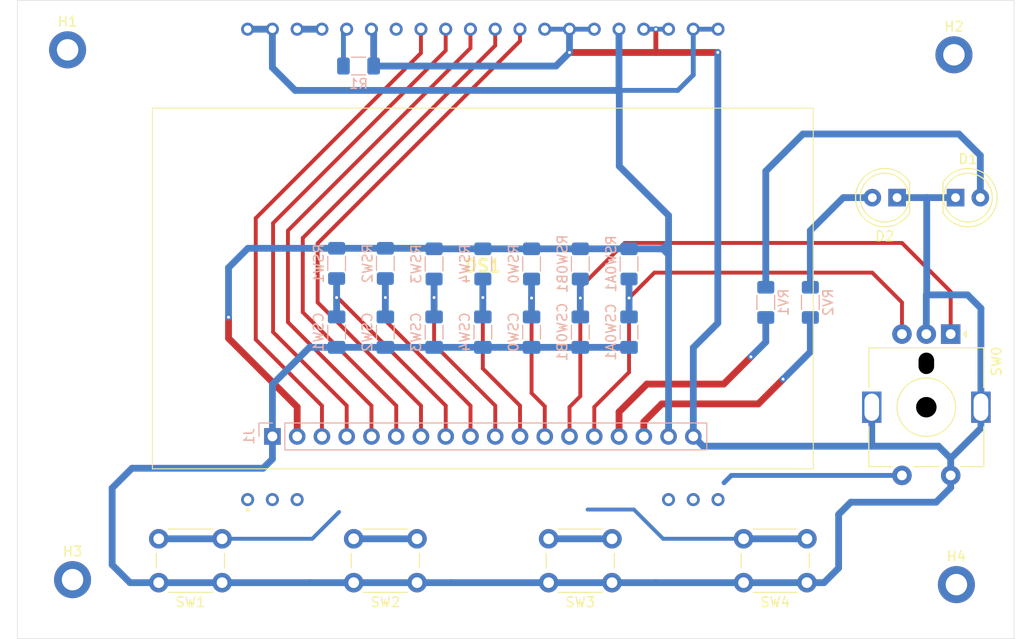
<source format=kicad_pcb>
(kicad_pcb (version 20241229) (generator "pcbnew") (generator_version "9.0")
  (layers (0 "F.Cu" signal) (2 "B.Cu" signal) (13 "F.Paste" user) (15 "B.Paste" user) (5 "F.SilkS" user "F.Silkscreen") (7 "B.SilkS" user "B.Silkscreen") (1 "F.Mask" user) (3 "B.Mask" user) (25 "Edge.Cuts" user))
  (net 0 "")
  (net 1 "/Display/IREF")
  (net 4 "/Display/VCOMH")
  (net 10 "GND")
  (net 11 "+5V")
  (net 12 "Net-(D1-A)")
  (net 13 "Net-(D2-A)")
  (net 14 "/LED_A")
  (net 15 "/LED_B")
  (net 16 "/BUTTON_1")
  (net 17 "/BUTTON_3")
  (net 18 "/BUTTON_2")
  (net 19 "/BUTTON_4")
  (net 20 "/RE_SW")
  (net 21 "/RE_A")
  (net 22 "/RE_B")
  (net 23 "/CS")
  (net 24 "/RES")
  (net 25 "/D")
  (net 26 "/SCK")
  (net 27 "/MOSI")
  (footprint "LED_THT:LED_D5.0mm" (layer "F.Cu") (at 174 116 180)
    (property "Reference" "D2" (at 1.27 -3.96 0) (layer "F.SilkS"))
    (property "Value" "LED")
    (fp_line (start -1.29 -1.545) (end -1.29 1.545) (stroke (width 0.12)) (layer "F.SilkS"))
    (fp_arc (start 4.26 0.000048) (mid 2.071756 2.880501) (end -1.29 1.54483) (stroke (width 0.12)) (layer "F.SilkS"))
    (fp_arc (start -1.29 -1.54483) (mid 2.071756 -2.880501) (end 4.26 -0.000048) (stroke (width 0.12)) (layer "F.SilkS"))
    (fp_circle (center 1.27 0) (end 3.77 0) (stroke (width 0.12)) (fill no) (layer "F.SilkS"))
    (pad "1" thru_hole rect (at 0 0 180) (size 1.8 1.8) (drill 0.9) (layers "*.Cu" "*.Mask") (net 10 "GND"))
    (pad "2" thru_hole circle (at 2.54 0 180) (size 1.8 1.8) (drill 0.9) (layers "*.Cu" "*.Mask") (net 13 "Net-(D2-A)"))
  )
  (footprint "MountingHole:MountingHole_2.2mm_M2_DIN965_Pad" (layer "F.Cu") (at 89.408 155.194)
    (property "Reference" "H3" (at 0 -2.9 0) (layer "F.SilkS"))
    (property "Value" "MountingHole_Pad")
    (pad "1" thru_hole circle (at 0 0) (size 3.8 3.8) (drill 2.2) (layers "*.Cu" "*.Mask") (net 10 "GND"))
  )
  (footprint "MountingHole:MountingHole_2.2mm_M2_DIN965_Pad" (layer "F.Cu") (at 179.832 101.346)
    (property "Reference" "H2" (at 0 -2.9 0) (layer "F.SilkS"))
    (property "Value" "MountingHole_Pad")
    (pad "1" thru_hole circle (at 0 0) (size 3.8 3.8) (drill 2.2) (layers "*.Cu" "*.Mask") (net 10 "GND"))
  )
  (footprint "Robotik:EA OLEDL128-6GGA" (layer "F.Cu") (at 107.37 146.98)
    (property "Reference" "DS1" (at 24.13 -23.98 0) (layer "F.SilkS") (effects (font (size 1.27 1.27) (thickness 0.254))))
    (property "Value" "EA_OLEDL128-6GGA" (hide yes))
    (fp_line (start -9.77 -40.16) (end 58.03 -40.16) (stroke (width 0.1)) (layer "F.SilkS"))
    (fp_line (start -9.77 -3.16) (end -9.77 -40.16) (stroke (width 0.1)) (layer "F.SilkS"))
    (fp_line (start 0 1) (end 0 1) (stroke (width 0.2)) (layer "F.SilkS"))
    (fp_line (start 0 1.2) (end 0 1.2) (stroke (width 0.2)) (layer "F.SilkS"))
    (fp_line (start 58.03 -40.16) (end 58.03 -3.16) (stroke (width 0.1)) (layer "F.SilkS"))
    (fp_line (start 58.03 -3.16) (end -9.77 -3.16) (stroke (width 0.1)) (layer "F.SilkS"))
    (fp_arc (start 0 1) (mid 0.1 1.1) (end 0 1.2) (stroke (width 0.2)) (layer "F.SilkS"))
    (fp_arc (start 0 1.2) (mid -0.1 1.1) (end 0 1) (stroke (width 0.2)) (layer "F.SilkS"))
    (pad "1" thru_hole circle (at 0 0) (size 1.337 1.337) (drill 0.78) (layers "*.Cu" "*.Mask"))
    (pad "2" thru_hole circle (at 2.54 0) (size 1.337 1.337) (drill 0.78) (layers "*.Cu" "*.Mask"))
    (pad "3" thru_hole circle (at 5.08 0) (size 1.337 1.337) (drill 0.78) (layers "*.Cu" "*.Mask"))
    (pad "18" thru_hole circle (at 43.18 0) (size 1.337 1.337) (drill 0.78) (layers "*.Cu" "*.Mask"))
    (pad "19" thru_hole circle (at 45.72 0) (size 1.337 1.337) (drill 0.78) (layers "*.Cu" "*.Mask"))
    (pad "20" thru_hole circle (at 48.26 0) (size 1.337 1.337) (drill 0.78) (layers "*.Cu" "*.Mask"))
    (pad "21" thru_hole circle (at 48.26 -48.26) (size 1.337 1.337) (drill 0.78) (layers "*.Cu" "*.Mask") (net 11 "+5V"))
    (pad "22" thru_hole circle (at 45.72 -48.26) (size 1.337 1.337) (drill 0.78) (layers "*.Cu" "*.Mask") (net 11 "+5V"))
    (pad "23" thru_hole circle (at 43.18 -48.26) (size 1.337 1.337) (drill 0.78) (layers "*.Cu" "*.Mask") (net 10 "GND"))
    (pad "24" thru_hole circle (at 40.64 -48.26) (size 1.337 1.337) (drill 0.78) (layers "*.Cu" "*.Mask") (net 10 "GND"))
    (pad "25" thru_hole circle (at 38.1 -48.26) (size 1.337 1.337) (drill 0.78) (layers "*.Cu" "*.Mask") (net 11 "+5V"))
    (pad "26" thru_hole circle (at 35.56 -48.26) (size 1.337 1.337) (drill 0.78) (layers "*.Cu" "*.Mask") (net 10 "GND"))
    (pad "27" thru_hole circle (at 33.02 -48.26) (size 1.337 1.337) (drill 0.78) (layers "*.Cu" "*.Mask") (net 10 "GND"))
    (pad "28" thru_hole circle (at 30.48 -48.26) (size 1.337 1.337) (drill 0.78) (layers "*.Cu" "*.Mask") (net 10 "GND"))
    (pad "29" thru_hole circle (at 27.94 -48.26) (size 1.337 1.337) (drill 0.78) (layers "*.Cu" "*.Mask") (net 23 "/CS"))
    (pad "30" thru_hole circle (at 25.4 -48.26) (size 1.337 1.337) (drill 0.78) (layers "*.Cu" "*.Mask") (net 24 "/RES"))
    (pad "31" thru_hole circle (at 22.86 -48.26) (size 1.337 1.337) (drill 0.78) (layers "*.Cu" "*.Mask") (net 25 "/D"))
    (pad "32" thru_hole circle (at 20.32 -48.26) (size 1.337 1.337) (drill 0.78) (layers "*.Cu" "*.Mask") (net 26 "/SCK"))
    (pad "33" thru_hole circle (at 17.78 -48.26) (size 1.337 1.337) (drill 0.78) (layers "*.Cu" "*.Mask") (net 27 "/MOSI"))
    (pad "34" thru_hole circle (at 15.24 -48.26) (size 1.337 1.337) (drill 0.78) (layers "*.Cu" "*.Mask"))
    (pad "35" thru_hole circle (at 12.7 -48.26) (size 1.337 1.337) (drill 0.78) (layers "*.Cu" "*.Mask") (net 10 "GND"))
    (pad "36" thru_hole circle (at 10.16 -48.26) (size 1.337 1.337) (drill 0.78) (layers "*.Cu" "*.Mask") (net 1 "/Display/IREF"))
    (pad "37" thru_hole circle (at 7.62 -48.26) (size 1.337 1.337) (drill 0.78) (layers "*.Cu" "*.Mask") (net 4 "/Display/VCOMH"))
    (pad "38" thru_hole circle (at 5.08 -48.26) (size 1.337 1.337) (drill 0.78) (layers "*.Cu" "*.Mask") (net 4 "/Display/VCOMH"))
    (pad "39" thru_hole circle (at 2.54 -48.26) (size 1.337 1.337) (drill 0.78) (layers "*.Cu" "*.Mask") (net 11 "+5V"))
    (pad "40" thru_hole circle (at 0 -48.26) (size 1.337 1.337) (drill 0.78) (layers "*.Cu" "*.Mask") (net 11 "+5V"))
  )
  (footprint "Rotary_Encoder:RotaryEncoder_Alps_EC11E-Switch_Vertical_H20mm_MountingHoles" (layer "F.Cu") (at 179.5 130 -90)
    (property "Reference" "SW0" (at 2.8 -4.7 90) (layer "F.SilkS"))
    (property "Value" "RotaryEncoder_Switch_MP")
    (fp_line (start 5.5 8.4) (end 1.4 8.4) (stroke (width 0.12)) (layer "F.SilkS"))
    (fp_line (start 13.6 8.4) (end 9.5 8.4) (stroke (width 0.12)) (layer "F.SilkS"))
    (fp_line (start 13.6 6) (end 13.6 8.4) (stroke (width 0.12)) (layer "F.SilkS"))
    (fp_line (start 13.6 1.2) (end 13.6 3.8) (stroke (width 0.12)) (layer "F.SilkS"))
    (fp_line (start 0 -1.3) (end -0.3 -1.6) (stroke (width 0.12)) (layer "F.SilkS"))
    (fp_line (start -0.3 -1.6) (end 0.3 -1.6) (stroke (width 0.12)) (layer "F.SilkS"))
    (fp_line (start 0.3 -1.6) (end 0 -1.3) (stroke (width 0.12)) (layer "F.SilkS"))
    (fp_line (start 1.4 -3.4) (end 1.4 8.4) (stroke (width 0.12)) (layer "F.SilkS"))
    (fp_line (start 5.5 -3.4) (end 1.4 -3.4) (stroke (width 0.12)) (layer "F.SilkS"))
    (fp_line (start 9.5 -3.4) (end 13.6 -3.4) (stroke (width 0.12)) (layer "F.SilkS"))
    (fp_line (start 13.6 -3.4) (end 13.6 -1) (stroke (width 0.12)) (layer "F.SilkS"))
    (fp_circle (center 7.5 2.5) (end 10.5 2.5) (stroke (width 0.12)) (fill no) (layer "F.SilkS"))
    (pad "" np_thru_hole oval (at 3 2.5 270) (size 2.2 1.6) (drill oval 2.2 1.6) (layers "*.Mask"))
    (pad "" np_thru_hole circle (at 7.5 2.5 270) (size 2.1 2.1) (drill 2.1) (layers "*.Mask"))
    (pad "A" thru_hole rect (at 0 0 270) (size 2 2) (drill 1) (layers "*.Cu" "*.Mask") (net 21 "/RE_A"))
    (pad "B" thru_hole circle (at 0 5 270) (size 2 2) (drill 1) (layers "*.Cu" "*.Mask") (net 22 "/RE_B"))
    (pad "C" thru_hole circle (at 0 2.5 270) (size 2 2) (drill 1) (layers "*.Cu" "*.Mask") (net 10 "GND"))
    (pad "MP" thru_hole rect (at 7.5 -3.1 270) (size 3.2 2) (drill oval 2.8 1.5) (layers "*.Cu" "*.Mask") (net 10 "GND"))
    (pad "MP" thru_hole rect (at 7.5 8.1 270) (size 3.2 2) (drill oval 2.8 1.5) (layers "*.Cu" "*.Mask") (net 10 "GND"))
    (pad "S1" thru_hole circle (at 14.5 5 270) (size 2 2) (drill 1) (layers "*.Cu" "*.Mask") (net 20 "/RE_SW"))
    (pad "S2" thru_hole circle (at 14.5 0 270) (size 2 2) (drill 1) (layers "*.Cu" "*.Mask") (net 10 "GND"))
  )
  (footprint "Button_Switch_THT:SW_PUSH_6mm_H7.3mm" (layer "F.Cu") (at 164.75 155.5 180)
    (property "Reference" "SW4" (at 3.25 -2 0) (layer "F.SilkS"))
    (property "Value" "SW_SPST")
    (fp_line (start 6.75 3) (end 6.75 1.5) (stroke (width 0.12)) (layer "F.SilkS"))
    (fp_line (start 5.5 -1) (end 1 -1) (stroke (width 0.12)) (layer "F.SilkS"))
    (fp_line (start 1 5.5) (end 5.5 5.5) (stroke (width 0.12)) (layer "F.SilkS"))
    (fp_line (start -0.25 1.5) (end -0.25 3) (stroke (width 0.12)) (layer "F.SilkS"))
    (pad "1" thru_hole circle (at 0 0 270) (size 2 2) (drill 1.1) (layers "*.Cu" "*.Mask") (net 10 "GND"))
    (pad "1" thru_hole circle (at 6.5 0 270) (size 2 2) (drill 1.1) (layers "*.Cu" "*.Mask") (net 10 "GND"))
    (pad "2" thru_hole circle (at 0 4.5 270) (size 2 2) (drill 1.1) (layers "*.Cu" "*.Mask") (net 19 "/BUTTON_4"))
    (pad "2" thru_hole circle (at 6.5 4.5 270) (size 2 2) (drill 1.1) (layers "*.Cu" "*.Mask") (net 19 "/BUTTON_4"))
  )
  (footprint "Button_Switch_THT:SW_PUSH_6mm_H7.3mm" (layer "F.Cu") (at 124.75 155.5 180)
    (property "Reference" "SW2" (at 3.25 -2 0) (layer "F.SilkS"))
    (property "Value" "SW_SPST")
    (fp_line (start 6.75 3) (end 6.75 1.5) (stroke (width 0.12)) (layer "F.SilkS"))
    (fp_line (start 5.5 -1) (end 1 -1) (stroke (width 0.12)) (layer "F.SilkS"))
    (fp_line (start 1 5.5) (end 5.5 5.5) (stroke (width 0.12)) (layer "F.SilkS"))
    (fp_line (start -0.25 1.5) (end -0.25 3) (stroke (width 0.12)) (layer "F.SilkS"))
    (pad "1" thru_hole circle (at 0 0 270) (size 2 2) (drill 1.1) (layers "*.Cu" "*.Mask") (net 10 "GND"))
    (pad "1" thru_hole circle (at 6.5 0 270) (size 2 2) (drill 1.1) (layers "*.Cu" "*.Mask") (net 10 "GND"))
    (pad "2" thru_hole circle (at 0 4.5 270) (size 2 2) (drill 1.1) (layers "*.Cu" "*.Mask") (net 18 "/BUTTON_2"))
    (pad "2" thru_hole circle (at 6.5 4.5 270) (size 2 2) (drill 1.1) (layers "*.Cu" "*.Mask") (net 18 "/BUTTON_2"))
  )
  (footprint "LED_THT:LED_D5.0mm" (layer "F.Cu") (at 180 116)
    (property "Reference" "D1" (at 1.27 -3.96 0) (layer "F.SilkS"))
    (property "Value" "LED")
    (fp_line (start -1.29 -1.545) (end -1.29 1.545) (stroke (width 0.12)) (layer "F.SilkS"))
    (fp_arc (start -1.29 -1.54483) (mid 2.071756 -2.880501) (end 4.26 -0.000048) (stroke (width 0.12)) (layer "F.SilkS"))
    (fp_arc (start 4.26 0.000048) (mid 2.071756 2.880501) (end -1.29 1.54483) (stroke (width 0.12)) (layer "F.SilkS"))
    (fp_circle (center 1.27 0) (end 3.77 0) (stroke (width 0.12)) (fill no) (layer "F.SilkS"))
    (pad "1" thru_hole rect (at 0 0) (size 1.8 1.8) (drill 0.9) (layers "*.Cu" "*.Mask") (net 10 "GND"))
    (pad "2" thru_hole circle (at 2.54 0) (size 1.8 1.8) (drill 0.9) (layers "*.Cu" "*.Mask") (net 12 "Net-(D1-A)"))
  )
  (footprint "Button_Switch_THT:SW_PUSH_6mm_H7.3mm" (layer "F.Cu") (at 104.75 155.5 180)
    (property "Reference" "SW1" (at 3.25 -2 0) (layer "F.SilkS"))
    (property "Value" "SW_SPST")
    (fp_line (start 6.75 3) (end 6.75 1.5) (stroke (width 0.12)) (layer "F.SilkS"))
    (fp_line (start 5.5 -1) (end 1 -1) (stroke (width 0.12)) (layer "F.SilkS"))
    (fp_line (start 1 5.5) (end 5.5 5.5) (stroke (width 0.12)) (layer "F.SilkS"))
    (fp_line (start -0.25 1.5) (end -0.25 3) (stroke (width 0.12)) (layer "F.SilkS"))
    (pad "1" thru_hole circle (at 0 0 270) (size 2 2) (drill 1.1) (layers "*.Cu" "*.Mask") (net 10 "GND"))
    (pad "1" thru_hole circle (at 6.5 0 270) (size 2 2) (drill 1.1) (layers "*.Cu" "*.Mask") (net 10 "GND"))
    (pad "2" thru_hole circle (at 0 4.5 270) (size 2 2) (drill 1.1) (layers "*.Cu" "*.Mask") (net 16 "/BUTTON_1"))
    (pad "2" thru_hole circle (at 6.5 4.5 270) (size 2 2) (drill 1.1) (layers "*.Cu" "*.Mask") (net 16 "/BUTTON_1"))
  )
  (footprint "Button_Switch_THT:SW_PUSH_6mm_H7.3mm" (layer "F.Cu") (at 144.75 155.5 180)
    (property "Reference" "SW3" (at 3.25 -2 0) (layer "F.SilkS"))
    (property "Value" "SW_SPST")
    (fp_line (start 6.75 3) (end 6.75 1.5) (stroke (width 0.12)) (layer "F.SilkS"))
    (fp_line (start 5.5 -1) (end 1 -1) (stroke (width 0.12)) (layer "F.SilkS"))
    (fp_line (start 1 5.5) (end 5.5 5.5) (stroke (width 0.12)) (layer "F.SilkS"))
    (fp_line (start -0.25 1.5) (end -0.25 3) (stroke (width 0.12)) (layer "F.SilkS"))
    (pad "1" thru_hole circle (at 0 0 270) (size 2 2) (drill 1.1) (layers "*.Cu" "*.Mask") (net 10 "GND"))
    (pad "1" thru_hole circle (at 6.5 0 270) (size 2 2) (drill 1.1) (layers "*.Cu" "*.Mask") (net 10 "GND"))
    (pad "2" thru_hole circle (at 0 4.5 270) (size 2 2) (drill 1.1) (layers "*.Cu" "*.Mask") (net 17 "/BUTTON_3"))
    (pad "2" thru_hole circle (at 6.5 4.5 270) (size 2 2) (drill 1.1) (layers "*.Cu" "*.Mask") (net 17 "/BUTTON_3"))
  )
  (footprint "MountingHole:MountingHole_2.2mm_M2_DIN965_Pad" (layer "F.Cu") (at 180.086 155.702)
    (property "Reference" "H4" (at 0 -2.9 0) (layer "F.SilkS"))
    (property "Value" "MountingHole_Pad")
    (pad "1" thru_hole circle (at 0 0) (size 3.8 3.8) (drill 2.2) (layers "*.Cu" "*.Mask") (net 10 "GND"))
  )
  (footprint "MountingHole:MountingHole_2.2mm_M2_DIN965_Pad" (layer "F.Cu") (at 88.9 100.838)
    (property "Reference" "H1" (at 0 -2.9 0) (layer "F.SilkS"))
    (property "Value" "MountingHole_Pad")
    (pad "1" thru_hole circle (at 0 0) (size 3.8 3.8) (drill 2.2) (layers "*.Cu" "*.Mask") (net 10 "GND"))
  )
  (footprint "Resistor_SMD:R_1206_3216Metric_Pad1.30x1.75mm_HandSolder" (layer "B.Cu") (at 126.5 122.8 -90)
    (property "Reference" "RSW3" (at 0 1.83 90) (layer "B.SilkS") (effects (justify mirror)))
    (property "Value" "10k")
    (fp_line (start -0.727064 0.91) (end 0.727064 0.91) (stroke (width 0.12)) (layer "B.SilkS"))
    (fp_line (start -0.727064 -0.91) (end 0.727064 -0.91) (stroke (width 0.12)) (layer "B.SilkS"))
    (pad "1" smd roundrect (at -1.55 0 270) (size 1.3 1.75) (layers "B.Cu" "B.Mask" "B.Paste") (roundrect_rratio 0.192308) (net 11 "+5V"))
    (pad "2" smd roundrect (at 1.55 0 270) (size 1.3 1.75) (layers "B.Cu" "B.Mask" "B.Paste") (roundrect_rratio 0.192308) (net 17 "/BUTTON_3"))
  )
  (footprint "Capacitor_SMD:C_1206_3216Metric_Pad1.33x1.80mm_HandSolder" (layer "B.Cu") (at 126.5 129.8 -90)
    (property "Reference" "CSW3" (at 0 1.85 90) (layer "B.SilkS") (effects (justify mirror)))
    (property "Value" "100n")
    (fp_line (start -0.711252 0.91) (end 0.711252 0.91) (stroke (width 0.12)) (layer "B.SilkS"))
    (fp_line (start -0.711252 -0.91) (end 0.711252 -0.91) (stroke (width 0.12)) (layer "B.SilkS"))
    (pad "1" smd roundrect (at -1.5625 0 270) (size 1.325 1.8) (layers "B.Cu" "B.Mask" "B.Paste") (roundrect_rratio 0.188679) (net 17 "/BUTTON_3"))
    (pad "2" smd roundrect (at 1.5625 0 270) (size 1.325 1.8) (layers "B.Cu" "B.Mask" "B.Paste") (roundrect_rratio 0.188679) (net 10 "GND"))
  )
  (footprint "Resistor_SMD:R_1206_3216Metric_Pad1.30x1.75mm_HandSolder" (layer "B.Cu") (at 160.528 126.746 90)
    (property "Reference" "RV1" (at 0 1.83 90) (layer "B.SilkS") (effects (justify mirror)))
    (property "Value" "220R")
    (fp_line (start -0.727064 -0.91) (end 0.727064 -0.91) (stroke (width 0.12)) (layer "B.SilkS"))
    (fp_line (start -0.727064 0.91) (end 0.727064 0.91) (stroke (width 0.12)) (layer "B.SilkS"))
    (pad "1" smd roundrect (at -1.55 0 90) (size 1.3 1.75) (layers "B.Cu" "B.Mask" "B.Paste") (roundrect_rratio 0.192308) (net 14 "/LED_A"))
    (pad "2" smd roundrect (at 1.55 0 90) (size 1.3 1.75) (layers "B.Cu" "B.Mask" "B.Paste") (roundrect_rratio 0.192308) (net 12 "Net-(D1-A)"))
  )
  (footprint "Resistor_SMD:R_1206_3216Metric_Pad1.30x1.75mm_HandSolder" (layer "B.Cu") (at 146.5 122.8 -90)
    (property "Reference" "RSW0A1" (at 0 1.83 90) (layer "B.SilkS") (effects (justify mirror)))
    (property "Value" "10k")
    (fp_line (start -0.727064 0.91) (end 0.727064 0.91) (stroke (width 0.12)) (layer "B.SilkS"))
    (fp_line (start -0.727064 -0.91) (end 0.727064 -0.91) (stroke (width 0.12)) (layer "B.SilkS"))
    (pad "1" smd roundrect (at -1.55 0 270) (size 1.3 1.75) (layers "B.Cu" "B.Mask" "B.Paste") (roundrect_rratio 0.192308) (net 11 "+5V"))
    (pad "2" smd roundrect (at 1.55 0 270) (size 1.3 1.75) (layers "B.Cu" "B.Mask" "B.Paste") (roundrect_rratio 0.192308) (net 22 "/RE_B"))
  )
  (footprint "Resistor_SMD:R_1206_3216Metric_Pad1.30x1.75mm_HandSolder" (layer "B.Cu") (at 136.5 122.8 -90)
    (property "Reference" "RSW0" (at 0 1.83 90) (layer "B.SilkS") (effects (justify mirror)))
    (property "Value" "10k")
    (fp_line (start -0.727064 0.91) (end 0.727064 0.91) (stroke (width 0.12)) (layer "B.SilkS"))
    (fp_line (start -0.727064 -0.91) (end 0.727064 -0.91) (stroke (width 0.12)) (layer "B.SilkS"))
    (pad "1" smd roundrect (at -1.55 0 270) (size 1.3 1.75) (layers "B.Cu" "B.Mask" "B.Paste") (roundrect_rratio 0.192308) (net 11 "+5V"))
    (pad "2" smd roundrect (at 1.55 0 270) (size 1.3 1.75) (layers "B.Cu" "B.Mask" "B.Paste") (roundrect_rratio 0.192308) (net 20 "/RE_SW"))
  )
  (footprint "Resistor_SMD:R_1206_3216Metric_Pad1.30x1.75mm_HandSolder" (layer "B.Cu") (at 118.75 102.5)
    (property "Reference" "R1" (at 0 1.83 0) (layer "B.SilkS") (effects (justify mirror)))
    (property "Value" "910K")
    (fp_line (start -0.727064 -0.91) (end 0.727064 -0.91) (stroke (width 0.12)) (layer "B.SilkS"))
    (fp_line (start -0.727064 0.91) (end 0.727064 0.91) (stroke (width 0.12)) (layer "B.SilkS"))
    (pad "1" smd roundrect (at -1.55 0) (size 1.3 1.75) (layers "B.Cu" "B.Mask" "B.Paste") (roundrect_rratio 0.192308) (net 1 "/Display/IREF"))
    (pad "2" smd roundrect (at 1.55 0) (size 1.3 1.75) (layers "B.Cu" "B.Mask" "B.Paste") (roundrect_rratio 0.192308) (net 10 "GND"))
  )
  (footprint "Resistor_SMD:R_1206_3216Metric_Pad1.30x1.75mm_HandSolder" (layer "B.Cu") (at 165.1 126.746 90)
    (property "Reference" "RV2" (at 0 1.83 90) (layer "B.SilkS") (effects (justify mirror)))
    (property "Value" "220R")
    (fp_line (start -0.727064 -0.91) (end 0.727064 -0.91) (stroke (width 0.12)) (layer "B.SilkS"))
    (fp_line (start -0.727064 0.91) (end 0.727064 0.91) (stroke (width 0.12)) (layer "B.SilkS"))
    (pad "1" smd roundrect (at -1.55 0 90) (size 1.3 1.75) (layers "B.Cu" "B.Mask" "B.Paste") (roundrect_rratio 0.192308) (net 15 "/LED_B"))
    (pad "2" smd roundrect (at 1.55 0 90) (size 1.3 1.75) (layers "B.Cu" "B.Mask" "B.Paste") (roundrect_rratio 0.192308) (net 13 "Net-(D2-A)"))
  )
  (footprint "Connector_PinHeader_2.54mm:PinHeader_1x18_P2.54mm_Vertical" (layer "B.Cu") (at 109.915 140.5 -90)
    (property "Reference" "J1" (at 0 2.38 90) (layer "B.SilkS") (effects (justify mirror)))
    (property "Value" "Conn_01x18_Pin")
    (fp_line (start -1.38 1.38) (end 0 1.38) (stroke (width 0.12)) (layer "B.SilkS"))
    (fp_line (start -1.38 0) (end -1.38 1.38) (stroke (width 0.12)) (layer "B.SilkS"))
    (fp_line (start -1.38 -1.27) (end 1.38 -1.27) (stroke (width 0.12)) (layer "B.SilkS"))
    (fp_line (start -1.38 -1.27) (end -1.38 -44.56) (stroke (width 0.12)) (layer "B.SilkS"))
    (fp_line (start 1.38 -1.27) (end 1.38 -44.56) (stroke (width 0.12)) (layer "B.SilkS"))
    (fp_line (start -1.38 -44.56) (end 1.38 -44.56) (stroke (width 0.12)) (layer "B.SilkS"))
    (pad "1" thru_hole rect (at 0 0 270) (size 1.7 1.7) (drill 1) (layers "*.Cu" "*.Mask") (net 10 "GND"))
    (pad "2" thru_hole circle (at 0 -2.54 270) (size 1.7 1.7) (drill 1) (layers "*.Cu" "*.Mask") (net 11 "+5V"))
    (pad "3" thru_hole circle (at 0 -5.08 270) (size 1.7 1.7) (drill 1) (layers "*.Cu" "*.Mask") (net 27 "/MOSI"))
    (pad "4" thru_hole circle (at 0 -7.62 270) (size 1.7 1.7) (drill 1) (layers "*.Cu" "*.Mask") (net 26 "/SCK"))
    (pad "5" thru_hole circle (at 0 -10.16 270) (size 1.7 1.7) (drill 1) (layers "*.Cu" "*.Mask") (net 25 "/D"))
    (pad "6" thru_hole circle (at 0 -12.7 270) (size 1.7 1.7) (drill 1) (layers "*.Cu" "*.Mask") (net 24 "/RES"))
    (pad "7" thru_hole circle (at 0 -15.24 270) (size 1.7 1.7) (drill 1) (layers "*.Cu" "*.Mask") (net 23 "/CS"))
    (pad "8" thru_hole circle (at 0 -17.78 270) (size 1.7 1.7) (drill 1) (layers "*.Cu" "*.Mask") (net 16 "/BUTTON_1"))
    (pad "9" thru_hole circle (at 0 -20.32 270) (size 1.7 1.7) (drill 1) (layers "*.Cu" "*.Mask") (net 18 "/BUTTON_2"))
    (pad "10" thru_hole circle (at 0 -22.86 270) (size 1.7 1.7) (drill 1) (layers "*.Cu" "*.Mask") (net 17 "/BUTTON_3"))
    (pad "11" thru_hole circle (at 0 -25.4 270) (size 1.7 1.7) (drill 1) (layers "*.Cu" "*.Mask") (net 19 "/BUTTON_4"))
    (pad "12" thru_hole circle (at 0 -27.94 270) (size 1.7 1.7) (drill 1) (layers "*.Cu" "*.Mask") (net 20 "/RE_SW"))
    (pad "13" thru_hole circle (at 0 -30.48 270) (size 1.7 1.7) (drill 1) (layers "*.Cu" "*.Mask") (net 21 "/RE_A"))
    (pad "14" thru_hole circle (at 0 -33.02 270) (size 1.7 1.7) (drill 1) (layers "*.Cu" "*.Mask") (net 22 "/RE_B"))
    (pad "15" thru_hole circle (at 0 -35.56 270) (size 1.7 1.7) (drill 1) (layers "*.Cu" "*.Mask") (net 14 "/LED_A"))
    (pad "16" thru_hole circle (at 0 -38.1 270) (size 1.7 1.7) (drill 1) (layers "*.Cu" "*.Mask") (net 15 "/LED_B"))
    (pad "17" thru_hole circle (at 0 -40.64 270) (size 1.7 1.7) (drill 1) (layers "*.Cu" "*.Mask") (net 11 "+5V"))
    (pad "18" thru_hole circle (at 0 -43.18 270) (size 1.7 1.7) (drill 1) (layers "*.Cu" "*.Mask") (net 10 "GND"))
  )
  (footprint "Capacitor_SMD:C_1206_3216Metric_Pad1.33x1.80mm_HandSolder" (layer "B.Cu") (at 136.5 129.8 -90)
    (property "Reference" "CSW0" (at 0 1.85 90) (layer "B.SilkS") (effects (justify mirror)))
    (property "Value" "100n")
    (fp_line (start -0.711252 0.91) (end 0.711252 0.91) (stroke (width 0.12)) (layer "B.SilkS"))
    (fp_line (start -0.711252 -0.91) (end 0.711252 -0.91) (stroke (width 0.12)) (layer "B.SilkS"))
    (pad "1" smd roundrect (at -1.5625 0 270) (size 1.325 1.8) (layers "B.Cu" "B.Mask" "B.Paste") (roundrect_rratio 0.188679) (net 20 "/RE_SW"))
    (pad "2" smd roundrect (at 1.5625 0 270) (size 1.325 1.8) (layers "B.Cu" "B.Mask" "B.Paste") (roundrect_rratio 0.188679) (net 10 "GND"))
  )
  (footprint "Capacitor_SMD:C_1206_3216Metric_Pad1.33x1.80mm_HandSolder" (layer "B.Cu") (at 116.5 129.8 -90)
    (property "Reference" "CSW1" (at 0 1.85 90) (layer "B.SilkS") (effects (justify mirror)))
    (property "Value" "100n")
    (fp_line (start -0.711252 0.91) (end 0.711252 0.91) (stroke (width 0.12)) (layer "B.SilkS"))
    (fp_line (start -0.711252 -0.91) (end 0.711252 -0.91) (stroke (width 0.12)) (layer "B.SilkS"))
    (pad "1" smd roundrect (at -1.5625 0 270) (size 1.325 1.8) (layers "B.Cu" "B.Mask" "B.Paste") (roundrect_rratio 0.188679) (net 16 "/BUTTON_1"))
    (pad "2" smd roundrect (at 1.5625 0 270) (size 1.325 1.8) (layers "B.Cu" "B.Mask" "B.Paste") (roundrect_rratio 0.188679) (net 10 "GND"))
  )
  (footprint "Resistor_SMD:R_1206_3216Metric_Pad1.30x1.75mm_HandSolder" (layer "B.Cu") (at 131.5 122.8 -90)
    (property "Reference" "RSW4" (at 0 1.83 90) (layer "B.SilkS") (effects (justify mirror)))
    (property "Value" "10k")
    (fp_line (start -0.727064 0.91) (end 0.727064 0.91) (stroke (width 0.12)) (layer "B.SilkS"))
    (fp_line (start -0.727064 -0.91) (end 0.727064 -0.91) (stroke (width 0.12)) (layer "B.SilkS"))
    (pad "1" smd roundrect (at -1.55 0 270) (size 1.3 1.75) (layers "B.Cu" "B.Mask" "B.Paste") (roundrect_rratio 0.192308) (net 11 "+5V"))
    (pad "2" smd roundrect (at 1.55 0 270) (size 1.3 1.75) (layers "B.Cu" "B.Mask" "B.Paste") (roundrect_rratio 0.192308) (net 19 "/BUTTON_4"))
  )
  (footprint "Resistor_SMD:R_1206_3216Metric_Pad1.30x1.75mm_HandSolder" (layer "B.Cu") (at 116.5 122.75 -90)
    (property "Reference" "RSW1" (at 0 1.83 90) (layer "B.SilkS") (effects (justify mirror)))
    (property "Value" "10k")
    (fp_line (start -0.727064 0.91) (end 0.727064 0.91) (stroke (width 0.12)) (layer "B.SilkS"))
    (fp_line (start -0.727064 -0.91) (end 0.727064 -0.91) (stroke (width 0.12)) (layer "B.SilkS"))
    (pad "1" smd roundrect (at -1.55 0 270) (size 1.3 1.75) (layers "B.Cu" "B.Mask" "B.Paste") (roundrect_rratio 0.192308) (net 11 "+5V"))
    (pad "2" smd roundrect (at 1.55 0 270) (size 1.3 1.75) (layers "B.Cu" "B.Mask" "B.Paste") (roundrect_rratio 0.192308) (net 16 "/BUTTON_1"))
  )
  (footprint "Capacitor_SMD:C_1206_3216Metric_Pad1.33x1.80mm_HandSolder" (layer "B.Cu") (at 141.5 129.8 -90)
    (property "Reference" "CSW0B1" (at 0 1.85 90) (layer "B.SilkS") (effects (justify mirror)))
    (property "Value" "100n")
    (fp_line (start -0.711252 0.91) (end 0.711252 0.91) (stroke (width 0.12)) (layer "B.SilkS"))
    (fp_line (start -0.711252 -0.91) (end 0.711252 -0.91) (stroke (width 0.12)) (layer "B.SilkS"))
    (pad "1" smd roundrect (at -1.5625 0 270) (size 1.325 1.8) (layers "B.Cu" "B.Mask" "B.Paste") (roundrect_rratio 0.188679) (net 21 "/RE_A"))
    (pad "2" smd roundrect (at 1.5625 0 270) (size 1.325 1.8) (layers "B.Cu" "B.Mask" "B.Paste") (roundrect_rratio 0.188679) (net 10 "GND"))
  )
  (footprint "Capacitor_SMD:C_1206_3216Metric_Pad1.33x1.80mm_HandSolder" (layer "B.Cu") (at 121.5 129.8 -90)
    (property "Reference" "CSW2" (at 0 1.85 90) (layer "B.SilkS") (effects (justify mirror)))
    (property "Value" "100n")
    (fp_line (start -0.711252 0.91) (end 0.711252 0.91) (stroke (width 0.12)) (layer "B.SilkS"))
    (fp_line (start -0.711252 -0.91) (end 0.711252 -0.91) (stroke (width 0.12)) (layer "B.SilkS"))
    (pad "1" smd roundrect (at -1.5625 0 270) (size 1.325 1.8) (layers "B.Cu" "B.Mask" "B.Paste") (roundrect_rratio 0.188679) (net 18 "/BUTTON_2"))
    (pad "2" smd roundrect (at 1.5625 0 270) (size 1.325 1.8) (layers "B.Cu" "B.Mask" "B.Paste") (roundrect_rratio 0.188679) (net 10 "GND"))
  )
  (footprint "Resistor_SMD:R_1206_3216Metric_Pad1.30x1.75mm_HandSolder" (layer "B.Cu") (at 141.5 122.8 -90)
    (property "Reference" "RSW0B1" (at 0 1.83 90) (layer "B.SilkS") (effects (justify mirror)))
    (property "Value" "10k")
    (fp_line (start -0.727064 0.91) (end 0.727064 0.91) (stroke (width 0.12)) (layer "B.SilkS"))
    (fp_line (start -0.727064 -0.91) (end 0.727064 -0.91) (stroke (width 0.12)) (layer "B.SilkS"))
    (pad "1" smd roundrect (at -1.55 0 270) (size 1.3 1.75) (layers "B.Cu" "B.Mask" "B.Paste") (roundrect_rratio 0.192308) (net 11 "+5V"))
    (pad "2" smd roundrect (at 1.55 0 270) (size 1.3 1.75) (layers "B.Cu" "B.Mask" "B.Paste") (roundrect_rratio 0.192308) (net 21 "/RE_A"))
  )
  (footprint "Capacitor_SMD:C_1206_3216Metric_Pad1.33x1.80mm_HandSolder" (layer "B.Cu") (at 131.5 129.8 -90)
    (property "Reference" "CSW4" (at 0 1.85 90) (layer "B.SilkS") (effects (justify mirror)))
    (property "Value" "100n")
    (fp_line (start -0.711252 0.91) (end 0.711252 0.91) (stroke (width 0.12)) (layer "B.SilkS"))
    (fp_line (start -0.711252 -0.91) (end 0.711252 -0.91) (stroke (width 0.12)) (layer "B.SilkS"))
    (pad "1" smd roundrect (at -1.5625 0 270) (size 1.325 1.8) (layers "B.Cu" "B.Mask" "B.Paste") (roundrect_rratio 0.188679) (net 19 "/BUTTON_4"))
    (pad "2" smd roundrect (at 1.5625 0 270) (size 1.325 1.8) (layers "B.Cu" "B.Mask" "B.Paste") (roundrect_rratio 0.188679) (net 10 "GND"))
  )
  (footprint "Capacitor_SMD:C_1206_3216Metric_Pad1.33x1.80mm_HandSolder" (layer "B.Cu") (at 146.5 129.8 -90)
    (property "Reference" "CSW0A1" (at 0 1.85 90) (layer "B.SilkS") (effects (justify mirror)))
    (property "Value" "100n")
    (fp_line (start -0.711252 0.91) (end 0.711252 0.91) (stroke (width 0.12)) (layer "B.SilkS"))
    (fp_line (start -0.711252 -0.91) (end 0.711252 -0.91) (stroke (width 0.12)) (layer "B.SilkS"))
    (pad "1" smd roundrect (at -1.5625 0 270) (size 1.325 1.8) (layers "B.Cu" "B.Mask" "B.Paste") (roundrect_rratio 0.188679) (net 22 "/RE_B"))
    (pad "2" smd roundrect (at 1.5625 0 270) (size 1.325 1.8) (layers "B.Cu" "B.Mask" "B.Paste") (roundrect_rratio 0.188679) (net 10 "GND"))
  )
  (footprint "Resistor_SMD:R_1206_3216Metric_Pad1.30x1.75mm_HandSolder" (layer "B.Cu") (at 121.5 122.75 -90)
    (property "Reference" "RSW2" (at 0 1.83 90) (layer "B.SilkS") (effects (justify mirror)))
    (property "Value" "10k")
    (fp_line (start -0.727064 0.91) (end 0.727064 0.91) (stroke (width 0.12)) (layer "B.SilkS"))
    (fp_line (start -0.727064 -0.91) (end 0.727064 -0.91) (stroke (width 0.12)) (layer "B.SilkS"))
    (pad "1" smd roundrect (at -1.55 0 270) (size 1.3 1.75) (layers "B.Cu" "B.Mask" "B.Paste") (roundrect_rratio 0.192308) (net 11 "+5V"))
    (pad "2" smd roundrect (at 1.55 0 270) (size 1.3 1.75) (layers "B.Cu" "B.Mask" "B.Paste") (roundrect_rratio 0.192308) (net 18 "/BUTTON_2"))
  )
  (gr_rect (start 83.75 95.75) (end 186 161.25) (stroke (width 0.05)) (fill no) (layer "Edge.Cuts"))
  (segment (start 117.2 102.5) (end 117.2 99.05) (width 0.5) (layer "B.Cu") (net 1))
  (segment (start 117.2 99.05) (end 117.53 98.72) (width 0.5) (layer "B.Cu") (net 1))
  (segment (start 114.99 98.72) (end 112.45 98.72) (width 0.7) (layer "B.Cu") (net 4))
  (segment (start 155.603711 101.11) (end 149.25 101.11) (width 0.7) (layer "F.Cu") (net 10))
  (segment (start 149.25 98.72) (end 149.25 101.11) (width 0.5) (layer "F.Cu") (net 10))
  (segment (start 149.25 101.11) (end 140.39 101.11) (width 0.7) (layer "F.Cu") (net 10))
  (segment (start 155.605615 101.108096) (end 155.603711 101.11) (width 0.7) (layer "F.Cu") (net 10))
  (via (at 155.605615 101.108096) (size 0.6) (drill 0.3) (layers "F.Cu" "B.Cu") (net 10))
  (via (at 149.25 98.72) (size 0.6) (drill 0.3) (layers "F.Cu" "B.Cu") (net 10))
  (via (at 140.39 101.11) (size 0.6) (drill 0.3) (layers "F.Cu" "B.Cu") (net 10))
  (segment (start 179.5 142.75) (end 182.6 139.65) (width 0.7) (layer "B.Cu") (net 10))
  (segment (start 142.93 98.72) (end 140.39 98.72) (width 0.5) (layer "B.Cu") (net 10))
  (segment (start 149.25 155.5) (end 158.25 155.5) (width 0.7) (layer "B.Cu") (net 10))
  (segment (start 153.095 140.5) (end 153.095 131.385) (width 0.7) (layer "B.Cu") (net 10))
  (segment (start 171.4 141.5) (end 178.25 141.5) (width 0.7) (layer "B.Cu") (net 10))
  (segment (start 158.25 155.5) (end 164.75 155.5) (width 0.7) (layer "B.Cu") (net 10))
  (segment (start 104.75 155.5) (end 113.75 155.5) (width 0.7) (layer "B.Cu") (net 10))
  (segment (start 177.038 116) (end 180 116) (width 0.7) (layer "B.Cu") (net 10))
  (segment (start 126.5 131.3625) (end 131.5 131.3625) (width 0.7) (layer "B.Cu") (net 10))
  (segment (start 177 125.975) (end 177 130) (width 0.7) (layer "B.Cu") (net 10))
  (segment (start 177.038 116) (end 177.038 125.937) (width 0.7) (layer "B.Cu") (net 10))
  (segment (start 113.75 155.5) (end 118.25 155.5) (width 0.7) (layer "B.Cu") (net 10))
  (segment (start 93.472 153.67) (end 93.472 145.796) (width 0.7) (layer "B.Cu") (net 10))
  (segment (start 178 147.25) (end 179.5 145.75) (width 0.7) (layer "B.Cu") (net 10))
  (segment (start 124.75 155.5) (end 128.25 155.5) (width 0.7) (layer "B.Cu") (net 10))
  (segment (start 120.3 98.95) (end 120.3 102.5) (width 0.7) (layer "B.Cu") (net 10))
  (segment (start 171.4 137.5) (end 171.4 141.5) (width 0.7) (layer "B.Cu") (net 10))
  (segment (start 178.25 141.5) (end 179.5 142.75) (width 0.7) (layer "B.Cu") (net 10))
  (segment (start 168 148.5) (end 169.25 147.25) (width 0.7) (layer "B.Cu") (net 10))
  (segment (start 131.5 131.3625) (end 136.5 131.3625) (width 0.7) (layer "B.Cu") (net 10))
  (segment (start 109.915 135.165) (end 109.915 140.5) (width 0.7) (layer "B.Cu") (net 10))
  (segment (start 168 154) (end 168 148.5) (width 0.7) (layer "B.Cu") (net 10))
  (segment (start 118.25 155.5) (end 124.75 155.5) (width 0.7) (layer "B.Cu") (net 10))
  (segment (start 139 102.5) (end 140.39 101.11) (width 0.7) (layer "B.Cu") (net 10))
  (segment (start 179.5 145.75) (end 179.5 144.5) (width 0.7) (layer "B.Cu") (net 10))
  (segment (start 141.5 131.3625) (end 146.5 131.3625) (width 0.7) (layer "B.Cu") (net 10))
  (segment (start 144.75 155.5) (end 149.25 155.5) (width 0.7) (layer "B.Cu") (net 10))
  (segment (start 138.25 155.5) (end 144.75 155.5) (width 0.7) (layer "B.Cu") (net 10))
  (segment (start 182.6 127.35) (end 181.225 125.975) (width 0.7) (layer "B.Cu") (net 10))
  (segment (start 179.5 144.5) (end 179.5 142.75) (width 0.7) (layer "B.Cu") (net 10))
  (segment (start 93.472 145.796) (end 95.504 143.764) (width 0.7) (layer "B.Cu") (net 10))
  (segment (start 164.75 155.5) (end 166.5 155.5) (width 0.7) (layer "B.Cu") (net 10))
  (segment (start 182.6 137.5) (end 182.6 127.35) (width 0.7) (layer "B.Cu") (net 10))
  (segment (start 113.7175 131.3625) (end 116.5 131.3625) (width 0.7) (layer "B.Cu") (net 10))
  (segment (start 120.07 98.72) (end 120.3 98.95) (width 0.7) (layer "B.Cu") (net 10))
  (segment (start 148.01 98.72) (end 149.25 98.72) (width 0.5) (layer "B.Cu") (net 10))
  (segment (start 109.915 135.165) (end 113.7175 131.3625) (width 0.7) (layer "B.Cu") (net 10))
  (segment (start 108.966 143.764) (end 109.915 142.815) (width 0.7) (layer "B.Cu") (net 10))
  (segment (start 128.25 155.5) (end 138.25 155.5) (width 0.7) (layer "B.Cu") (net 10))
  (segment (start 181.225 125.975) (end 177 125.975) (width 0.7) (layer "B.Cu") (net 10))
  (segment (start 155.605615 128.874385) (end 155.605615 101.108096) (width 0.7) (layer "B.Cu") (net 10))
  (segment (start 109.915 142.815) (end 109.915 140.5) (width 0.7) (layer "B.Cu") (net 10))
  (segment (start 95.504 143.764) (end 108.966 143.764) (width 0.7) (layer "B.Cu") (net 10))
  (segment (start 95.302 155.5) (end 93.472 153.67) (width 0.7) (layer "B.Cu") (net 10))
  (segment (start 153.095 131.385) (end 155.605615 128.874385) (width 0.7) (layer "B.Cu") (net 10))
  (segment (start 166.5 155.5) (end 168 154) (width 0.7) (layer "B.Cu") (net 10))
  (segment (start 137.85 98.72) (end 140.39 98.72) (width 0.5) (layer "B.Cu") (net 10))
  (segment (start 139 102.5) (end 120.3 102.5) (width 0.7) (layer "B.Cu") (net 10))
  (segment (start 98.25 155.5) (end 95.302 155.5) (width 0.7) (layer "B.Cu") (net 10))
  (segment (start 98.25 155.5) (end 104.75 155.5) (width 0.7) (layer "B.Cu") (net 10))
  (segment (start 136.5 131.3625) (end 141.5 131.3625) (width 0.7) (layer "B.Cu") (net 10))
  (segment (start 182.6 139.65) (end 182.6 137.5) (width 0.7) (layer "B.Cu") (net 10))
  (segment (start 169.25 147.25) (end 178 147.25) (width 0.7) (layer "B.Cu") (net 10))
  (segment (start 149.25 98.72) (end 150.55 98.72) (width 0.5) (layer "B.Cu") (net 10))
  (segment (start 177.038 125.937) (end 177 125.975) (width 0.7) (layer "B.Cu") (net 10))
  (segment (start 171.4 141.5) (end 154.095 141.5) (width 0.7) (layer "B.Cu") (net 10))
  (segment (start 121.5 131.3625) (end 126.5 131.3625) (width 0.7) (layer "B.Cu") (net 10))
  (segment (start 116.5 131.3625) (end 121.5 131.3625) (width 0.7) (layer "B.Cu") (net 10))
  (segment (start 140.39 101.11) (end 140.39 98.72) (width 0.7) (layer "B.Cu") (net 10))
  (segment (start 174 116) (end 177.038 116) (width 0.7) (layer "B.Cu") (net 10))
  (segment (start 154.095 141.5) (end 153.095 140.5) (width 0.7) (layer "B.Cu") (net 10))
  (segment (start 105.41 128.27) (end 105.41 130.429) (width 0.7) (layer "F.Cu") (net 11))
  (segment (start 105.41 130.429) (end 112.455 137.474) (width 0.7) (layer "F.Cu") (net 11))
  (segment (start 112.455 137.474) (end 112.455 140.5) (width 0.7) (layer "F.Cu") (net 11))
  (via (at 105.41 128.27) (size 0.6) (drill 0.3) (layers "F.Cu" "B.Cu") (net 11))
  (segment (start 109.91 98.72) (end 107.37 98.72) (width 0.7) (layer "B.Cu") (net 11))
  (segment (start 107.4 121.2) (end 116.5 121.2) (width 0.7) (layer "B.Cu") (net 11))
  (segment (start 145.47 104.97) (end 145.47 98.72) (width 0.7) (layer "B.Cu") (net 11))
  (segment (start 151.5 105) (end 145.5 105) (width 0.5) (layer "B.Cu") (net 11))
  (segment (start 109.91 98.72) (end 109.91 102.66) (width 0.7) (layer "B.Cu") (net 11))
  (segment (start 150.555 121.92) (end 150.555 121.25) (width 0.7) (layer "B.Cu") (net 11))
  (segment (start 126.5 121.25) (end 131.5 121.25) (width 0.7) (layer "B.Cu") (net 11))
  (segment (start 150.555 121.25) (end 150.555 120.65) (width 0.7) (layer "B.Cu") (net 11))
  (segment (start 150.555 140.5) (end 150.555 121.92) (width 0.7) (layer "B.Cu") (net 11))
  (segment (start 153.09 98.72) (end 153.09 103.41) (width 0.5) (layer "B.Cu") (net 11))
  (segment (start 150.555 117.831) (end 145.5 112.776) (width 0.7) (layer "B.Cu") (net 11))
  (segment (start 112.25 105) (end 145.5 105) (width 0.7) (layer "B.Cu") (net 11))
  (segment (start 149.606 121.25) (end 149.955 121.25) (width 0.7) (layer "B.Cu") (net 11))
  (segment (start 145.5 105) (end 145.5 112.776) (width 0.7) (layer "B.Cu") (net 11))
  (segment (start 141.5 121.25) (end 146.5 121.25) (width 0.7) (layer "B.Cu") (net 11))
  (segment (start 105.41 128.27) (end 105.41 123.19) (width 0.7) (layer "B.Cu") (net 11))
  (segment (start 109.91 102.66) (end 112.25 105) (width 0.7) (layer "B.Cu") (net 11))
  (segment (start 116.5 121.2) (end 121.5 121.2) (width 0.7) (layer "B.Cu") (net 11))
  (segment (start 150.555 120.65) (end 150.555 117.831) (width 0.7) (layer "B.Cu") (net 11))
  (segment (start 150.555 121.85) (end 149.955 121.25) (width 0.7) (layer "B.Cu") (net 11))
  (segment (start 149.606 121.25) (end 146.5 121.25) (width 0.7) (layer "B.Cu") (net 11))
  (segment (start 136.5 121.25) (end 141.5 121.25) (width 0.7) (layer "B.Cu") (net 11))
  (segment (start 150.555 121.25) (end 149.606 121.25) (width 0.7) (layer "B.Cu") (net 11))
  (segment (start 105.41 123.19) (end 107.4 121.2) (width 0.7) (layer "B.Cu") (net 11))
  (segment (start 131.5 121.25) (end 136.5 121.25) (width 0.7) (layer "B.Cu") (net 11))
  (segment (start 145.5 105) (end 145.47 104.97) (width 0.7) (layer "B.Cu") (net 11))
  (segment (start 153.09 103.41) (end 151.5 105) (width 0.5) (layer "B.Cu") (net 11))
  (segment (start 121.5 121.2) (end 126.5 121.2) (width 0.7) (layer "B.Cu") (net 11))
  (segment (start 153.09 98.72) (end 155.63 98.72) (width 0.5) (layer "B.Cu") (net 11))
  (segment (start 150.555 121.92) (end 150.555 121.85) (width 0.7) (layer "B.Cu") (net 11))
  (segment (start 149.955 121.25) (end 150.555 120.65) (width 0.7) (layer "B.Cu") (net 11))
  (segment (start 182.54 116) (end 182.54 111.674) (width 0.7) (layer "B.Cu") (net 12))
  (segment (start 182.54 111.674) (end 180.34 109.474) (width 0.7) (layer "B.Cu") (net 12))
  (segment (start 160.528 113.284) (end 160.528 125.196) (width 0.7) (layer "B.Cu") (net 12))
  (segment (start 164.338 109.474) (end 160.528 113.284) (width 0.7) (layer "B.Cu") (net 12))
  (segment (start 180.34 109.474) (end 164.338 109.474) (width 0.7) (layer "B.Cu") (net 12))
  (segment (start 171.46 116) (end 168.48 116) (width 0.7) (layer "B.Cu") (net 13))
  (segment (start 165.1 119.38) (end 165.1 125.196) (width 0.7) (layer "B.Cu") (net 13))
  (segment (start 168.48 116) (end 165.1 119.38) (width 0.7) (layer "B.Cu") (net 13))
  (segment (start 145.475 137.989) (end 145.475 140.5) (width 0.7) (layer "F.Cu") (net 14))
  (segment (start 156.21 135.128) (end 148.336 135.128) (width 0.7) (layer "F.Cu") (net 14))
  (segment (start 148.336 135.128) (end 145.475 137.989) (width 0.7) (layer "F.Cu") (net 14))
  (segment (start 159.004 132.334) (end 156.21 135.128) (width 0.7) (layer "F.Cu") (net 14))
  (via (at 159.004 132.334) (size 0.6) (drill 0.3) (layers "F.Cu" "B.Cu") (net 14))
  (segment (start 160.528 130.81) (end 159.004 132.334) (width 0.7) (layer "B.Cu") (net 14))
  (segment (start 160.528 128.296) (end 160.528 130.81) (width 0.7) (layer "B.Cu") (net 14))
  (segment (start 162.306 134.62) (end 159.766 137.16) (width 0.7) (layer "F.Cu") (net 15))
  (segment (start 148.015 139.005) (end 148.015 140.5) (width 0.7) (layer "F.Cu") (net 15))
  (segment (start 159.766 137.16) (end 149.86 137.16) (width 0.7) (layer "F.Cu") (net 15))
  (segment (start 149.86 137.16) (end 148.015 139.005) (width 0.7) (layer "F.Cu") (net 15))
  (via (at 162.306 134.62) (size 0.6) (drill 0.3) (layers "F.Cu" "B.Cu") (net 15))
  (segment (start 162.306 134.62) (end 165.1 131.826) (width 0.7) (layer "B.Cu") (net 15))
  (segment (start 165.1 131.826) (end 165.1 128.296) (width 0.7) (layer "B.Cu") (net 15))
  (segment (start 116.5 126.25) (end 116.598 126.25) (width 0.4) (layer "F.Cu") (net 16))
  (segment (start 127.695 137.347) (end 127.695 140.5) (width 0.4) (layer "F.Cu") (net 16))
  (segment (start 116.598 126.25) (end 127.695 137.347) (width 0.4) (layer "F.Cu") (net 16))
  (via (at 116.5 126.25) (size 0.6) (drill 0.3) (layers "F.Cu" "B.Cu") (net 16))
  (segment (start 116.5 128.2375) (end 116.5 126.25) (width 0.7) (layer "B.Cu") (net 16))
  (segment (start 116.5 126.25) (end 116.5 124.3) (width 0.7) (layer "B.Cu") (net 16))
  (segment (start 98.25 151) (end 104.75 151) (width 0.7) (layer "B.Cu") (net 16))
  (segment (start 114 151) (end 116.75 148.25) (width 0.4) (layer "B.Cu") (net 16))
  (segment (start 104.75 151) (end 114 151) (width 0.4) (layer "B.Cu") (net 16))
  (segment (start 132.775 137.347) (end 132.775 140.5) (width 0.4) (layer "F.Cu") (net 17))
  (segment (start 126.5 126.25) (end 126.5 131.072) (width 0.4) (layer "F.Cu") (net 17))
  (segment (start 126.5 131.072) (end 132.775 137.347) (width 0.4) (layer "F.Cu") (net 17))
  (via (at 126.5 126.25) (size 0.6) (drill 0.3) (layers "F.Cu" "B.Cu") (net 17))
  (segment (start 138.25 151) (end 144.75 151) (width 0.7) (layer "B.Cu") (net 17))
  (segment (start 126.5 124.3) (end 126.5 126.25) (width 0.7) (layer "B.Cu") (net 17))
  (segment (start 126.5 126.25) (end 126.5 128.2375) (width 0.7) (layer "B.Cu") (net 17))
  (segment (start 121.5 128.612) (end 130.235 137.347) (width 0.4) (layer "F.Cu") (net 18))
  (segment (start 130.235 137.347) (end 130.235 140.5) (width 0.4) (layer "F.Cu") (net 18))
  (segment (start 121.5 126.25) (end 121.5 128.612) (width 0.4) (layer "F.Cu") (net 18))
  (via (at 121.5 126.25) (size 0.6) (drill 0.3) (layers "F.Cu" "B.Cu") (net 18))
  (segment (start 118.25 151) (end 124.75 151) (width 0.7) (layer "B.Cu") (net 18))
  (segment (start 121.5 126.25) (end 121.5 124.3) (width 0.7) (layer "B.Cu") (net 18))
  (segment (start 121.5 128.2375) (end 121.5 126.25) (width 0.7) (layer "B.Cu") (net 18))
  (segment (start 131.5 133.532) (end 135.315 137.347) (width 0.4) (layer "F.Cu") (net 19))
  (segment (start 135.315 137.347) (end 135.315 140.5) (width 0.4) (layer "F.Cu") (net 19))
  (segment (start 131.5 126.25) (end 131.5 133.532) (width 0.4) (layer "F.Cu") (net 19))
  (via (at 131.5 126.25) (size 0.6) (drill 0.3) (layers "F.Cu" "B.Cu") (net 19))
  (segment (start 131.5 126.25) (end 131.5 128.2375) (width 0.7) (layer "B.Cu") (net 19))
  (segment (start 142.25 148) (end 147 148) (width 0.4) (layer "B.Cu") (net 19))
  (segment (start 131.5 124.35) (end 131.5 126.25) (width 0.7) (layer "B.Cu") (net 19))
  (segment (start 150 151) (end 158.25 151) (width 0.4) (layer "B.Cu") (net 19))
  (segment (start 158.25 151) (end 164.75 151) (width 0.7) (layer "B.Cu") (net 19))
  (segment (start 147 148) (end 150 151) (width 0.4) (layer "B.Cu") (net 19))
  (segment (start 137.855 137.4105) (end 137.855 140.5) (width 0.4) (layer "F.Cu") (net 20))
  (segment (start 136.5 136.0555) (end 137.855 137.4105) (width 0.4) (layer "F.Cu") (net 20))
  (segment (start 136.5 126.3) (end 136.5 136.0555) (width 0.4) (layer "F.Cu") (net 20))
  (via (at 136.5 126.3) (size 0.6) (drill 0.3) (layers "F.Cu" "B.Cu") (net 20))
  (segment (start 157 144.5) (end 174.5 144.5) (width 0.5) (layer "B.Cu") (net 20))
  (segment (start 136.5 126.3) (end 136.5 128.2375) (width 0.7) (layer "B.Cu") (net 20))
  (segment (start 156.25 145.25) (end 157 144.5) (width 0.5) (layer "B.Cu") (net 20))
  (segment (start 136.5 124.35) (end 136.5 126.3) (width 0.7) (layer "B.Cu") (net 20))
  (segment (start 141.5 136.376) (end 141.5 126.3) (width 0.4) (layer "F.Cu") (net 21))
  (segment (start 146.05 120.65) (end 174.498 120.65) (width 0.4) (layer "F.Cu") (net 21))
  (segment (start 179.5 125.652) (end 179.5 130) (width 0.4) (layer "F.Cu") (net 21))
  (segment (start 140.395 140.5) (end 140.395 137.481) (width 0.4) (layer "F.Cu") (net 21))
  (segment (start 141.5 126.3) (end 141.5 125.2) (width 0.4) (layer "F.Cu") (net 21))
  (segment (start 141.5 125.2) (end 146.05 120.65) (width 0.4) (layer "F.Cu") (net 21))
  (segment (start 140.395 137.481) (end 141.5 136.376) (width 0.4) (layer "F.Cu") (net 21))
  (segment (start 174.498 120.65) (end 179.5 125.652) (width 0.4) (layer "F.Cu") (net 21))
  (via (at 141.5 126.3) (size 0.6) (drill 0.3) (layers "F.Cu" "B.Cu") (net 21))
  (segment (start 141.5 126.3) (end 141.5 124.35) (width 0.7) (layer "B.Cu") (net 21))
  (segment (start 141.5 128.2375) (end 141.5 126.3) (width 0.7) (layer "B.Cu") (net 21))
  (segment (start 146.5 126.3) (end 146.5 133.916) (width 0.4) (layer "F.Cu") (net 22))
  (segment (start 171.45 123.698) (end 174.5 126.748) (width 0.4) (layer "F.Cu") (net 22))
  (segment (start 142.935 137.481) (end 142.935 140.5) (width 0.4) (layer "F.Cu") (net 22))
  (segment (start 146.5 133.916) (end 142.935 137.481) (width 0.4) (layer "F.Cu") (net 22))
  (segment (start 146.5 126.3) (end 149.102 123.698) (width 0.4) (layer "F.Cu") (net 22))
  (segment (start 149.102 123.698) (end 171.45 123.698) (width 0.4) (layer "F.Cu") (net 22))
  (segment (start 174.5 126.748) (end 174.5 130) (width 0.4) (layer "F.Cu") (net 22))
  (via (at 146.5 126.3) (size 0.6) (drill 0.3) (layers "F.Cu" "B.Cu") (net 22))
  (segment (start 146.5 126.3) (end 146.5 128.2375) (width 0.7) (layer "B.Cu") (net 22))
  (segment (start 146.5 124.35) (end 146.5 126.3) (width 0.7) (layer "B.Cu") (net 22))
  (segment (start 135.31 98.72) (end 135.31 99.94) (width 0.4) (layer "F.Cu") (net 23))
  (segment (start 135.31 99.94) (end 114.554 120.696) (width 0.4) (layer "F.Cu") (net 23))
  (segment (start 114.554 126.746) (end 125.155 137.347) (width 0.4) (layer "F.Cu") (net 23))
  (segment (start 114.554 120.696) (end 114.554 126.746) (width 0.4) (layer "F.Cu") (net 23))
  (segment (start 125.155 137.347) (end 125.155 140.5) (width 0.4) (layer "F.Cu") (net 23))
  (segment (start 122.615 137.347) (end 122.615 140.5) (width 0.4) (layer "F.Cu") (net 24))
  (segment (start 113.03 120.142) (end 113.03 127.762) (width 0.4) (layer "F.Cu") (net 24))
  (segment (start 132.77 98.72) (end 132.77 100.402) (width 0.4) (layer "F.Cu") (net 24))
  (segment (start 132.77 100.402) (end 113.03 120.142) (width 0.4) (layer "F.Cu") (net 24))
  (segment (start 113.03 127.762) (end 122.615 137.347) (width 0.4) (layer "F.Cu") (net 24))
  (segment (start 120.075 137.347) (end 120.075 140.5) (width 0.4) (layer "F.Cu") (net 25))
  (segment (start 111.506 119.38) (end 111.506 128.778) (width 0.4) (layer "F.Cu") (net 25))
  (segment (start 111.506 128.778) (end 120.075 137.347) (width 0.4) (layer "F.Cu") (net 25))
  (segment (start 130.23 100.656) (end 111.506 119.38) (width 0.4) (layer "F.Cu") (net 25))
  (segment (start 130.23 98.72) (end 130.23 100.656) (width 0.4) (layer "F.Cu") (net 25))
  (segment (start 109.982 118.618) (end 109.982 129.794) (width 0.4) (layer "F.Cu") (net 26))
  (segment (start 127.69 100.91) (end 109.982 118.618) (width 0.4) (layer "F.Cu") (net 26))
  (segment (start 109.982 129.794) (end 117.535 137.347) (width 0.4) (layer "F.Cu") (net 26))
  (segment (start 117.535 137.347) (end 117.535 140.5) (width 0.4) (layer "F.Cu") (net 26))
  (segment (start 127.69 98.72) (end 127.69 100.91) (width 0.4) (layer "F.Cu") (net 26))
  (segment (start 108.204 130.556) (end 114.995 137.347) (width 0.4) (layer "F.Cu") (net 27))
  (segment (start 114.995 137.347) (end 114.995 140.5) (width 0.4) (layer "F.Cu") (net 27))
  (segment (start 125.15 101.164) (end 108.204 118.11) (width 0.4) (layer "F.Cu") (net 27))
  (segment (start 108.204 118.11) (end 108.204 130.556) (width 0.4) (layer "F.Cu") (net 27))
  (segment (start 125.15 98.72) (end 125.15 101.164) (width 0.4) (layer "F.Cu") (net 27))
)
</source>
